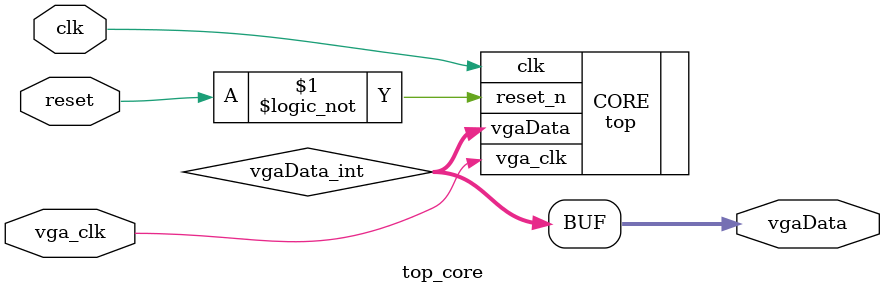
<source format=v>
module top_core (
    input clk,      // Clock
    input vga_clk,  // Clock for vga circuit
    input reset,  // Asynchronous reset active low
    output [13:0] vgaData
);

    wire [13:0] vgaData_int;

    top CORE (
        .clk(clk),
        .vga_clk(vga_clk),
        .reset_n(!reset),
        .vgaData(vgaData_int)
    );
    
    assign vgaData = vgaData_int;


endmodule : top_core

</source>
